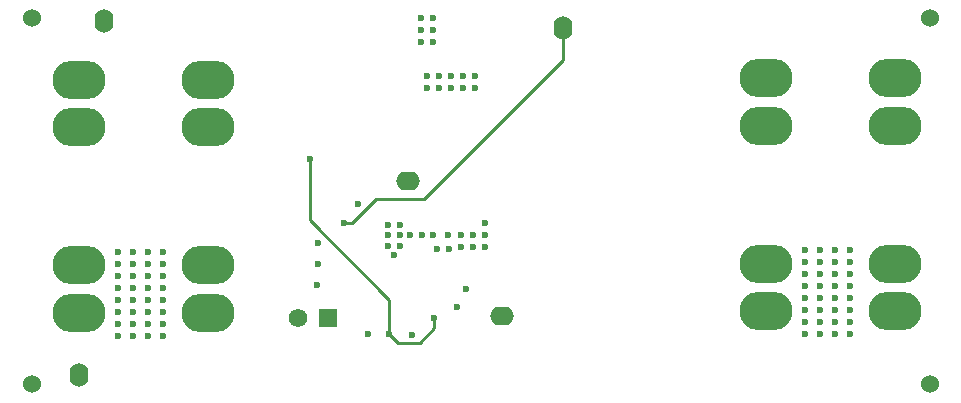
<source format=gbr>
G04*
G04 #@! TF.GenerationSoftware,Altium Limited,Altium Designer,23.0.1 (38)*
G04*
G04 Layer_Physical_Order=4*
G04 Layer_Color=16711680*
%FSLAX25Y25*%
%MOIN*%
G70*
G04*
G04 #@! TF.SameCoordinates,AE5763C0-F2EE-4BCA-89C6-8F578BEF2D51*
G04*
G04*
G04 #@! TF.FilePolarity,Positive*
G04*
G01*
G75*
%ADD14C,0.01000*%
%ADD35C,0.06181*%
%ADD36R,0.06181X0.06181*%
%ADD45O,0.17717X0.12795*%
%ADD46C,0.06000*%
%ADD47O,0.07874X0.06299*%
%ADD48O,0.06299X0.07874*%
%ADD49C,0.02362*%
D14*
X118500Y65500D02*
X126500Y73500D01*
X116000Y65500D02*
X118500D01*
X146000Y30500D02*
Y34000D01*
X126500Y73500D02*
X142500D01*
X104347Y66654D02*
Y86847D01*
Y66654D02*
X131000Y40000D01*
Y28500D02*
Y40000D01*
X104347Y86847D02*
X104500Y87000D01*
X131000Y28500D02*
X133791Y25709D01*
X141209D02*
X146000Y30500D01*
X133791Y25709D02*
X141209D01*
X189000Y120000D02*
Y130500D01*
X142500Y73500D02*
X189000Y120000D01*
D35*
X100479Y34000D02*
D03*
D36*
X110479D02*
D03*
D45*
X70653Y97531D02*
D03*
Y113279D02*
D03*
X27347Y51468D02*
D03*
X70653Y35721D02*
D03*
X27347Y97531D02*
D03*
Y35721D02*
D03*
Y113279D02*
D03*
X70653Y51468D02*
D03*
X299654Y98032D02*
D03*
Y113779D02*
D03*
X256347Y51968D02*
D03*
X299654Y36220D02*
D03*
X256347Y98032D02*
D03*
Y36220D02*
D03*
Y113779D02*
D03*
X299654Y51968D02*
D03*
D46*
X11811Y11811D02*
D03*
Y133858D02*
D03*
X311024D02*
D03*
Y11811D02*
D03*
D47*
X137133Y79500D02*
D03*
X168500Y34500D02*
D03*
D48*
X27500Y15000D02*
D03*
X36000Y133000D02*
D03*
X189000Y130500D02*
D03*
D49*
X116000Y65500D02*
D03*
X146000Y34000D02*
D03*
X134500Y58000D02*
D03*
X120500Y72000D02*
D03*
X107087Y52000D02*
D03*
X107028Y59000D02*
D03*
X130500Y65000D02*
D03*
X163000Y65500D02*
D03*
Y61500D02*
D03*
Y57500D02*
D03*
X159000D02*
D03*
Y61500D02*
D03*
X155000Y57500D02*
D03*
Y61500D02*
D03*
X104500Y87000D02*
D03*
X138500Y28390D02*
D03*
X131000Y28500D02*
D03*
X269500Y56500D02*
D03*
X274500D02*
D03*
X279500D02*
D03*
X284500D02*
D03*
Y52500D02*
D03*
X279500D02*
D03*
X274500D02*
D03*
X269500D02*
D03*
X284500Y48500D02*
D03*
X279500D02*
D03*
X274500D02*
D03*
X269500D02*
D03*
X284500Y44500D02*
D03*
X279500D02*
D03*
X274500D02*
D03*
X269500D02*
D03*
X284500Y40500D02*
D03*
X279500D02*
D03*
X274500D02*
D03*
X269500D02*
D03*
X284500Y36500D02*
D03*
X279500D02*
D03*
X274500D02*
D03*
X269500D02*
D03*
X284500Y32500D02*
D03*
X279500D02*
D03*
X274500D02*
D03*
X269500D02*
D03*
X284500Y28500D02*
D03*
X279500D02*
D03*
X274500D02*
D03*
X269500D02*
D03*
X40500Y28000D02*
D03*
X45500D02*
D03*
X50500D02*
D03*
X55500D02*
D03*
X40500Y32000D02*
D03*
X45500D02*
D03*
X50500D02*
D03*
X55500D02*
D03*
X40500Y36000D02*
D03*
X45500D02*
D03*
X50500D02*
D03*
X55500D02*
D03*
X40500Y40000D02*
D03*
X45500D02*
D03*
X50500D02*
D03*
X55500D02*
D03*
X40500Y44000D02*
D03*
X45500D02*
D03*
X50500D02*
D03*
X55500D02*
D03*
X40500Y48000D02*
D03*
X45500D02*
D03*
X50500D02*
D03*
X55500D02*
D03*
X40500Y52000D02*
D03*
X45500D02*
D03*
X50500D02*
D03*
X55500D02*
D03*
Y56000D02*
D03*
X50500D02*
D03*
X45500D02*
D03*
X40500D02*
D03*
X107000Y45000D02*
D03*
X150500Y61500D02*
D03*
X151000Y57000D02*
D03*
X147000D02*
D03*
X145500Y61500D02*
D03*
X142000D02*
D03*
X138000D02*
D03*
X132500Y55000D02*
D03*
X130500Y58000D02*
D03*
X134500Y61500D02*
D03*
X130500D02*
D03*
X134500Y65000D02*
D03*
X159500Y114500D02*
D03*
X155500D02*
D03*
X151500D02*
D03*
X143500D02*
D03*
X155500Y110500D02*
D03*
X159500D02*
D03*
X151500D02*
D03*
X147500D02*
D03*
X143500D02*
D03*
X147500Y114500D02*
D03*
X141500Y126000D02*
D03*
Y130000D02*
D03*
Y134000D02*
D03*
X145500D02*
D03*
X124000Y28500D02*
D03*
X156500Y43500D02*
D03*
X145500Y126000D02*
D03*
Y130000D02*
D03*
X153500Y37500D02*
D03*
M02*

</source>
